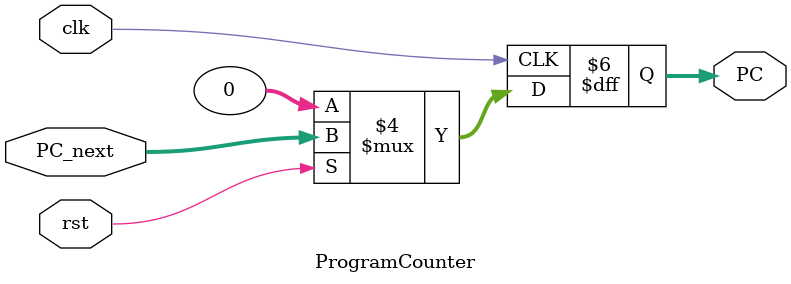
<source format=v>
`timescale 1ns / 1ps

module ProgramCounter(
    input clk, input rst, input [31:0] PC_next, output reg [31:0] PC);
    
    always@(posedge clk) begin 
        if(~rst)
            PC <= {32{1'b0}};
        else
            PC <= PC_next;
    end
    
endmodule

</source>
